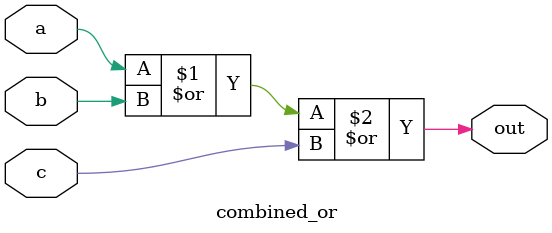
<source format=v>

module combined_or
        (
            //inputs
            a,
            b,
            c,
            //output
            out
        );

//port definitions
  input a;
  input b;
  input c;

  output out;

//design implementatioa
  assign out = a | b | c;

endmodule

</source>
